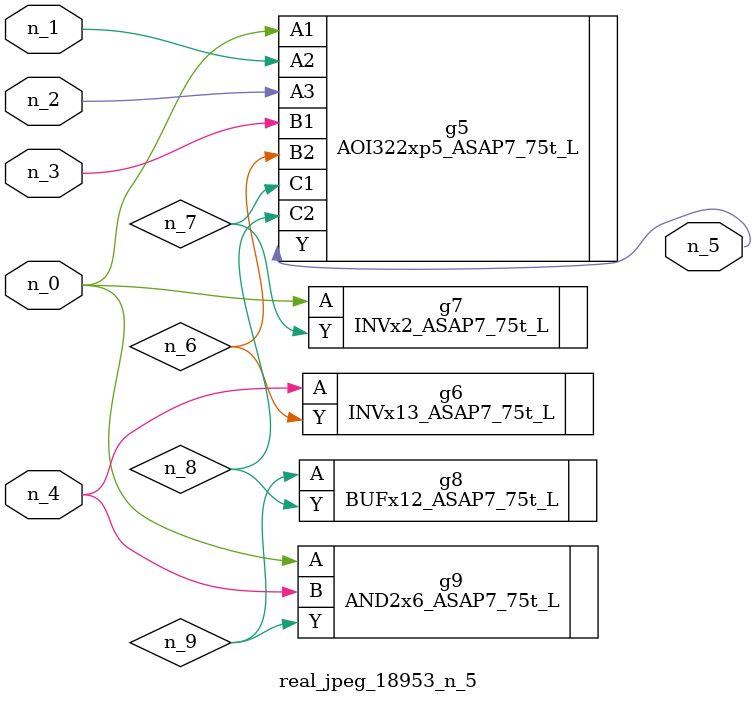
<source format=v>
module real_jpeg_18953_n_5 (n_4, n_0, n_1, n_2, n_3, n_5);

input n_4;
input n_0;
input n_1;
input n_2;
input n_3;

output n_5;

wire n_8;
wire n_6;
wire n_7;
wire n_9;

AOI322xp5_ASAP7_75t_L g5 ( 
.A1(n_0),
.A2(n_1),
.A3(n_2),
.B1(n_3),
.B2(n_6),
.C1(n_7),
.C2(n_8),
.Y(n_5)
);

INVx2_ASAP7_75t_L g7 ( 
.A(n_0),
.Y(n_7)
);

AND2x6_ASAP7_75t_L g9 ( 
.A(n_0),
.B(n_4),
.Y(n_9)
);

INVx13_ASAP7_75t_L g6 ( 
.A(n_4),
.Y(n_6)
);

BUFx12_ASAP7_75t_L g8 ( 
.A(n_9),
.Y(n_8)
);


endmodule
</source>
